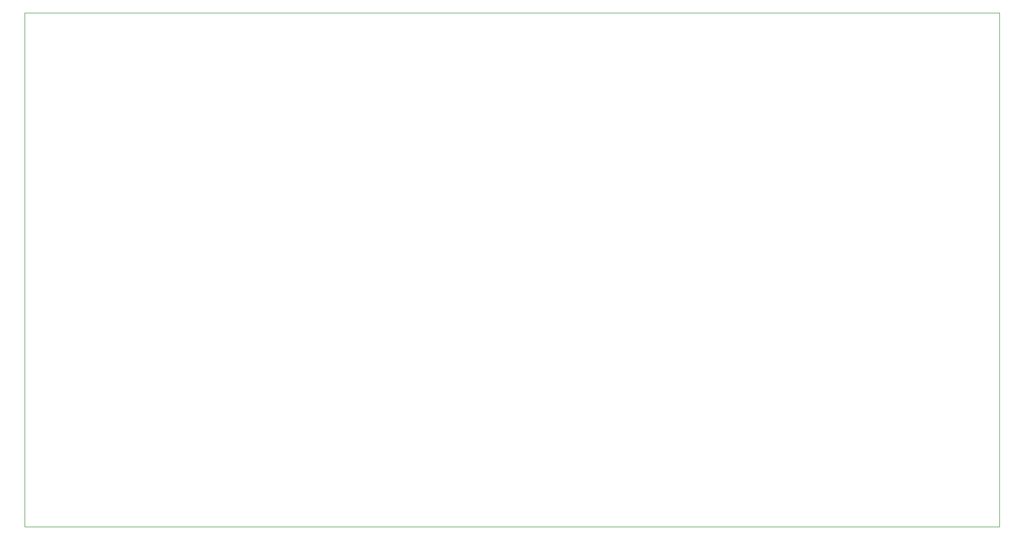
<source format=gko>
G04*
G04 #@! TF.GenerationSoftware,Altium Limited,Altium Designer,22.5.1 (42)*
G04*
G04 Layer_Color=16711935*
%FSLAX43Y43*%
%MOMM*%
G71*
G04*
G04 #@! TF.SameCoordinates,2A2A3854-17DD-444F-B545-0734B4948F52*
G04*
G04*
G04 #@! TF.FilePolarity,Positive*
G04*
G01*
G75*
%ADD55C,0.100*%
D55*
X0Y0D02*
Y85000D01*
X161000D01*
Y0D02*
Y85000D01*
X0Y0D02*
X161000D01*
M02*

</source>
